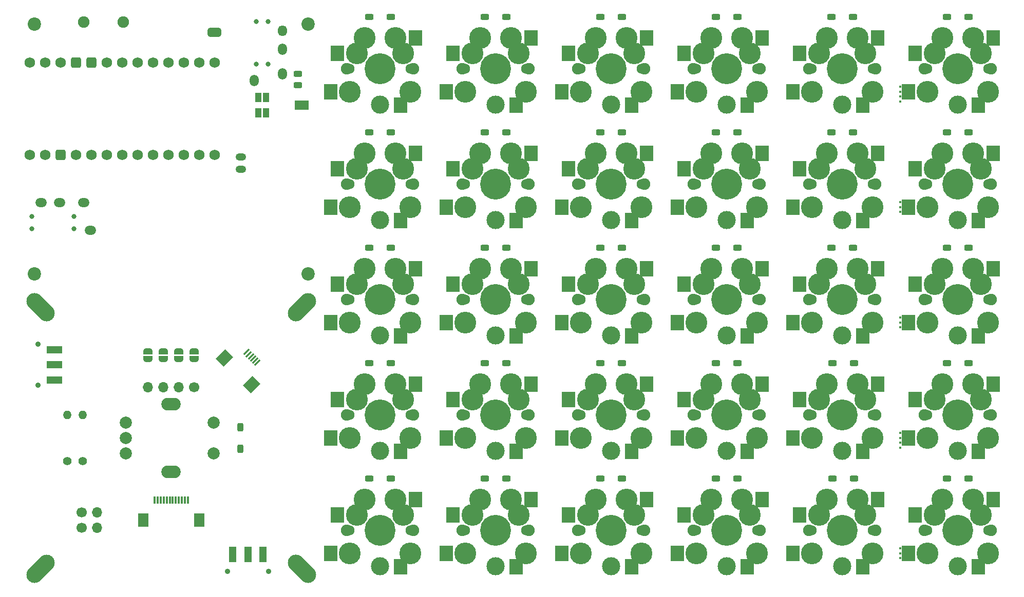
<source format=gbr>
%TF.GenerationSoftware,KiCad,Pcbnew,9.0.5-9.0.5~ubuntu24.04.1*%
%TF.CreationDate,2025-11-05T00:35:35+08:00*%
%TF.ProjectId,TPS,5450532e-6b69-4636-9164-5f7063625858,rev?*%
%TF.SameCoordinates,Original*%
%TF.FileFunction,Soldermask,Bot*%
%TF.FilePolarity,Negative*%
%FSLAX46Y46*%
G04 Gerber Fmt 4.6, Leading zero omitted, Abs format (unit mm)*
G04 Created by KiCad (PCBNEW 9.0.5-9.0.5~ubuntu24.04.1) date 2025-11-05 00:35:35*
%MOMM*%
%LPD*%
G01*
G04 APERTURE LIST*
G04 Aperture macros list*
%AMRoundRect*
0 Rectangle with rounded corners*
0 $1 Rounding radius*
0 $2 $3 $4 $5 $6 $7 $8 $9 X,Y pos of 4 corners*
0 Add a 4 corners polygon primitive as box body*
4,1,4,$2,$3,$4,$5,$6,$7,$8,$9,$2,$3,0*
0 Add four circle primitives for the rounded corners*
1,1,$1+$1,$2,$3*
1,1,$1+$1,$4,$5*
1,1,$1+$1,$6,$7*
1,1,$1+$1,$8,$9*
0 Add four rect primitives between the rounded corners*
20,1,$1+$1,$2,$3,$4,$5,0*
20,1,$1+$1,$4,$5,$6,$7,0*
20,1,$1+$1,$6,$7,$8,$9,0*
20,1,$1+$1,$8,$9,$2,$3,0*%
%AMHorizOval*
0 Thick line with rounded ends*
0 $1 width*
0 $2 $3 position (X,Y) of the first rounded end (center of the circle)*
0 $4 $5 position (X,Y) of the second rounded end (center of the circle)*
0 Add line between two ends*
20,1,$1,$2,$3,$4,$5,0*
0 Add two circle primitives to create the rounded ends*
1,1,$1,$2,$3*
1,1,$1,$4,$5*%
%AMRotRect*
0 Rectangle, with rotation*
0 The origin of the aperture is its center*
0 $1 length*
0 $2 width*
0 $3 Rotation angle, in degrees counterclockwise*
0 Add horizontal line*
21,1,$1,$2,0,0,$3*%
%AMOutline4P*
0 Free polygon, 4 corners , with rotation*
0 The origin of the aperture is its center*
0 number of corners: always 4*
0 $1 to $8 corner X, Y*
0 $9 Rotation angle, in degrees counterclockwise*
0 create outline with 4 corners*
4,1,4,$1,$2,$3,$4,$5,$6,$7,$8,$1,$2,$9*%
%AMFreePoly0*
4,1,23,0.500000,-0.750000,0.000000,-0.750000,0.000000,-0.745722,-0.065263,-0.745722,-0.191342,-0.711940,-0.304381,-0.646677,-0.396677,-0.554381,-0.461940,-0.441342,-0.495722,-0.315263,-0.495722,-0.250000,-0.500000,-0.250000,-0.500000,0.250000,-0.495722,0.250000,-0.495722,0.315263,-0.461940,0.441342,-0.396677,0.554381,-0.304381,0.646677,-0.191342,0.711940,-0.065263,0.745722,0.000000,0.745722,
0.000000,0.750000,0.500000,0.750000,0.500000,-0.750000,0.500000,-0.750000,$1*%
%AMFreePoly1*
4,1,23,0.000000,0.745722,0.065263,0.745722,0.191342,0.711940,0.304381,0.646677,0.396677,0.554381,0.461940,0.441342,0.495722,0.315263,0.495722,0.250000,0.500000,0.250000,0.500000,-0.250000,0.495722,-0.250000,0.495722,-0.315263,0.461940,-0.441342,0.396677,-0.554381,0.304381,-0.646677,0.191342,-0.711940,0.065263,-0.745722,0.000000,-0.745722,0.000000,-0.750000,-0.500000,-0.750000,
-0.500000,0.750000,0.000000,0.750000,0.000000,0.745722,0.000000,0.745722,$1*%
G04 Aperture macros list end*
%ADD10RoundRect,0.250000X0.450000X0.250000X-0.450000X0.250000X-0.450000X-0.250000X0.450000X-0.250000X0*%
%ADD11HorizOval,2.700000X0.989949X0.989949X-0.989949X-0.989949X0*%
%ADD12C,0.450000*%
%ADD13C,1.900000*%
%ADD14C,1.750000*%
%ADD15C,5.100000*%
%ADD16C,3.000000*%
%ADD17Outline4P,-1.079500X-1.250000X1.079500X-1.250000X1.079500X1.250000X-1.079500X1.250000X180.000000*%
%ADD18C,3.600000*%
%ADD19C,2.200000*%
%ADD20C,0.800000*%
%ADD21O,1.500000X1.800000*%
%ADD22O,1.500000X1.900000*%
%ADD23RoundRect,0.250000X0.250000X-0.450000X0.250000X0.450000X-0.250000X0.450000X-0.250000X-0.450000X0*%
%ADD24C,2.000000*%
%ADD25O,3.200000X2.100000*%
%ADD26C,1.400000*%
%ADD27O,1.400000X1.400000*%
%ADD28HorizOval,2.700000X-0.989949X-0.989949X0.989949X0.989949X0*%
%ADD29C,0.900000*%
%ADD30Outline4P,-0.600000X-1.250000X0.600000X-1.250000X0.600000X1.250000X-0.600000X1.250000X270.000000*%
%ADD31C,1.700000*%
%ADD32O,1.700000X1.700000*%
%ADD33HorizOval,2.700000X-0.989949X0.989949X0.989949X-0.989949X0*%
%ADD34O,1.900000X1.500000*%
%ADD35O,1.750000X1.200000*%
%ADD36Outline4P,-0.600000X-1.250000X0.600000X-1.250000X0.600000X1.250000X-0.600000X1.250000X0.000000*%
%ADD37RoundRect,0.243750X0.456250X-0.243750X0.456250X0.243750X-0.456250X0.243750X-0.456250X-0.243750X0*%
%ADD38FreePoly0,90.000000*%
%ADD39FreePoly1,90.000000*%
%ADD40R,1.000000X1.500000*%
%ADD41RotRect,0.300000X1.300000X135.000000*%
%ADD42RotRect,1.800000X2.200000X135.000000*%
%ADD43FreePoly0,0.000000*%
%ADD44FreePoly1,0.000000*%
%ADD45R,0.300000X1.300000*%
%ADD46R,1.800000X2.200000*%
%ADD47C,1.752600*%
%ADD48RoundRect,0.438150X-0.438150X-0.438150X0.438150X-0.438150X0.438150X0.438150X-0.438150X0.438150X0*%
G04 APERTURE END LIST*
%TO.C,JP14*%
G36*
X70166000Y-33251000D02*
G01*
X70466000Y-33251000D01*
X70466000Y-31751000D01*
X70166000Y-31751000D01*
X70166000Y-33251000D01*
G37*
%TO.C,JP16*%
G36*
X84560000Y-45283000D02*
G01*
X84860000Y-45283000D01*
X84860000Y-43783000D01*
X84560000Y-43783000D01*
X84560000Y-45283000D01*
G37*
%TD*%
D10*
%TO.C,D17*%
X153025000Y-49050000D03*
X156575000Y-49050000D03*
%TD*%
D11*
%TO.C,H10*%
X84775000Y-77936000D03*
%TD*%
D10*
%TO.C,D26*%
X172205000Y-106200000D03*
X175755000Y-106200000D03*
%TD*%
D12*
%TO.C,H16*%
X183375000Y-101075000D03*
X183375000Y-100275000D03*
X183375000Y-99475000D03*
X183375000Y-98675000D03*
%TD*%
D13*
%TO.C,K20*%
X149300000Y-114725000D03*
D14*
X149720000Y-114725000D03*
D15*
X154800000Y-114725000D03*
D16*
X154800000Y-120625000D03*
D14*
X159880000Y-114725000D03*
D13*
X160300000Y-114725000D03*
D17*
X146629000Y-118525000D03*
X147803000Y-112185000D03*
D18*
X149800000Y-118525000D03*
X150990000Y-112185000D03*
X152260000Y-109645000D03*
X157340000Y-109645000D03*
D17*
X158181000Y-120725000D03*
D18*
X158610000Y-112185000D03*
X159800000Y-118525000D03*
D17*
X160596000Y-109645000D03*
%TD*%
D19*
%TO.C,H7*%
X85775000Y-31200000D03*
%TD*%
D13*
%TO.C,K21*%
X168350000Y-38525000D03*
D14*
X168770000Y-38525000D03*
D15*
X173850000Y-38525000D03*
D16*
X173850000Y-44425000D03*
D14*
X178930000Y-38525000D03*
D13*
X179350000Y-38525000D03*
D17*
X165679000Y-42325000D03*
X166853000Y-35985000D03*
D18*
X168850000Y-42325000D03*
X170040000Y-35985000D03*
X171310000Y-33445000D03*
X176390000Y-33445000D03*
D17*
X177231000Y-44525000D03*
D18*
X177660000Y-35985000D03*
X178850000Y-42325000D03*
D17*
X179646000Y-33445000D03*
%TD*%
D10*
%TO.C,D2*%
X95875000Y-49050000D03*
X99425000Y-49050000D03*
%TD*%
%TO.C,D16*%
X153025000Y-30000000D03*
X156575000Y-30000000D03*
%TD*%
%TO.C,D23*%
X172075000Y-68100000D03*
X175625000Y-68100000D03*
%TD*%
D13*
%TO.C,K4*%
X92150000Y-95675000D03*
D14*
X92570000Y-95675000D03*
D15*
X97650000Y-95675000D03*
D16*
X97650000Y-101575000D03*
D14*
X102730000Y-95675000D03*
D13*
X103150000Y-95675000D03*
D17*
X89479000Y-99475000D03*
X90653000Y-93135000D03*
D18*
X92650000Y-99475000D03*
X93840000Y-93135000D03*
X95110000Y-90595000D03*
X100190000Y-90595000D03*
D17*
X101031000Y-101675000D03*
D18*
X101460000Y-93135000D03*
X102650000Y-99475000D03*
D17*
X103446000Y-90595000D03*
%TD*%
D13*
%TO.C,K5*%
X92150000Y-114725000D03*
D14*
X92570000Y-114725000D03*
D15*
X97650000Y-114725000D03*
D16*
X97650000Y-120625000D03*
D14*
X102730000Y-114725000D03*
D13*
X103150000Y-114725000D03*
D17*
X89479000Y-118525000D03*
X90653000Y-112185000D03*
D18*
X92650000Y-118525000D03*
X93840000Y-112185000D03*
X95110000Y-109645000D03*
X100190000Y-109645000D03*
D17*
X101031000Y-120725000D03*
D18*
X101460000Y-112185000D03*
X102650000Y-118525000D03*
D17*
X103446000Y-109645000D03*
%TD*%
D10*
%TO.C,D29*%
X191125000Y-68100000D03*
X194675000Y-68100000D03*
%TD*%
D13*
%TO.C,K2*%
X92150000Y-57575000D03*
D14*
X92570000Y-57575000D03*
D15*
X97650000Y-57575000D03*
D16*
X97650000Y-63475000D03*
D14*
X102730000Y-57575000D03*
D13*
X103150000Y-57575000D03*
D17*
X89479000Y-61375000D03*
X90653000Y-55035000D03*
D18*
X92650000Y-61375000D03*
X93840000Y-55035000D03*
X95110000Y-52495000D03*
X100190000Y-52495000D03*
D17*
X101031000Y-63575000D03*
D18*
X101460000Y-55035000D03*
X102650000Y-61375000D03*
D17*
X103446000Y-52495000D03*
%TD*%
D10*
%TO.C,D8*%
X114925000Y-68100000D03*
X118475000Y-68100000D03*
%TD*%
D13*
%TO.C,K9*%
X111200000Y-95675000D03*
D14*
X111620000Y-95675000D03*
D15*
X116700000Y-95675000D03*
D16*
X116700000Y-101575000D03*
D14*
X121780000Y-95675000D03*
D13*
X122200000Y-95675000D03*
D17*
X108529000Y-99475000D03*
X109703000Y-93135000D03*
D18*
X111700000Y-99475000D03*
X112890000Y-93135000D03*
X114160000Y-90595000D03*
X119240000Y-90595000D03*
D17*
X120081000Y-101675000D03*
D18*
X120510000Y-93135000D03*
X121700000Y-99475000D03*
D17*
X122496000Y-90595000D03*
%TD*%
D20*
%TO.C,T1*%
X77214000Y-30750000D03*
X77214000Y-37750000D03*
X79214000Y-30750000D03*
X79214000Y-37750000D03*
D21*
X81514000Y-32302000D03*
D22*
X81514000Y-35350000D03*
X76914000Y-40450000D03*
X81514000Y-39350000D03*
%TD*%
D13*
%TO.C,K12*%
X130250000Y-57575000D03*
D14*
X130670000Y-57575000D03*
D15*
X135750000Y-57575000D03*
D16*
X135750000Y-63475000D03*
D14*
X140830000Y-57575000D03*
D13*
X141250000Y-57575000D03*
D17*
X127579000Y-61375000D03*
X128753000Y-55035000D03*
D18*
X130750000Y-61375000D03*
X131940000Y-55035000D03*
X133210000Y-52495000D03*
X138290000Y-52495000D03*
D17*
X139131000Y-63575000D03*
D18*
X139560000Y-55035000D03*
X140750000Y-61375000D03*
D17*
X141546000Y-52495000D03*
%TD*%
D10*
%TO.C,D3*%
X95875000Y-68100000D03*
X99425000Y-68100000D03*
%TD*%
D13*
%TO.C,K27*%
X187400000Y-38525000D03*
D14*
X187820000Y-38525000D03*
D15*
X192900000Y-38525000D03*
D16*
X192900000Y-44425000D03*
D14*
X197980000Y-38525000D03*
D13*
X198400000Y-38525000D03*
D17*
X184729000Y-42325000D03*
X185903000Y-35985000D03*
D18*
X187900000Y-42325000D03*
X189090000Y-35985000D03*
X190360000Y-33445000D03*
X195440000Y-33445000D03*
D17*
X196281000Y-44525000D03*
D18*
X196710000Y-35985000D03*
X197900000Y-42325000D03*
D17*
X198696000Y-33445000D03*
%TD*%
D19*
%TO.C,H3*%
X85775000Y-72386000D03*
%TD*%
D10*
%TO.C,D1*%
X95875000Y-30000000D03*
X99425000Y-30000000D03*
%TD*%
%TO.C,D9*%
X114925000Y-87150000D03*
X118475000Y-87150000D03*
%TD*%
D13*
%TO.C,K1*%
X92150000Y-38525000D03*
D14*
X92570000Y-38525000D03*
D15*
X97650000Y-38525000D03*
D16*
X97650000Y-44425000D03*
D14*
X102730000Y-38525000D03*
D13*
X103150000Y-38525000D03*
D17*
X89479000Y-42325000D03*
X90653000Y-35985000D03*
D18*
X92650000Y-42325000D03*
X93840000Y-35985000D03*
X95110000Y-33445000D03*
X100190000Y-33445000D03*
D17*
X101031000Y-44525000D03*
D18*
X101460000Y-35985000D03*
X102650000Y-42325000D03*
D17*
X103446000Y-33445000D03*
%TD*%
D12*
%TO.C,H17*%
X183375000Y-119325000D03*
X183375000Y-118525000D03*
X183375000Y-117725000D03*
%TD*%
D13*
%TO.C,K22*%
X168350000Y-57575000D03*
D14*
X168770000Y-57575000D03*
D15*
X173850000Y-57575000D03*
D16*
X173850000Y-63475000D03*
D14*
X178930000Y-57575000D03*
D13*
X179350000Y-57575000D03*
D17*
X165679000Y-61375000D03*
X166853000Y-55035000D03*
D18*
X168850000Y-61375000D03*
X170040000Y-55035000D03*
X171310000Y-52495000D03*
X176390000Y-52495000D03*
D17*
X177231000Y-63575000D03*
D18*
X177660000Y-55035000D03*
X178850000Y-61375000D03*
D17*
X179646000Y-52495000D03*
%TD*%
D13*
%TO.C,K11*%
X130250000Y-38525000D03*
D14*
X130670000Y-38525000D03*
D15*
X135750000Y-38525000D03*
D16*
X135750000Y-44425000D03*
D14*
X140830000Y-38525000D03*
D13*
X141250000Y-38525000D03*
D17*
X127579000Y-42325000D03*
X128753000Y-35985000D03*
D18*
X130750000Y-42325000D03*
X131940000Y-35985000D03*
X133210000Y-33445000D03*
X138290000Y-33445000D03*
D17*
X139131000Y-44525000D03*
D18*
X139560000Y-35985000D03*
X140750000Y-42325000D03*
D17*
X141546000Y-33445000D03*
%TD*%
D13*
%TO.C,K29*%
X187400000Y-76625000D03*
D14*
X187820000Y-76625000D03*
D15*
X192900000Y-76625000D03*
D16*
X192900000Y-82525000D03*
D14*
X197980000Y-76625000D03*
D13*
X198400000Y-76625000D03*
D17*
X184729000Y-80425000D03*
X185903000Y-74085000D03*
D18*
X187900000Y-80425000D03*
X189090000Y-74085000D03*
X190360000Y-71545000D03*
X195440000Y-71545000D03*
D17*
X196281000Y-82625000D03*
D18*
X196710000Y-74085000D03*
X197900000Y-80425000D03*
D17*
X198696000Y-71545000D03*
%TD*%
D19*
%TO.C,H6*%
X40661000Y-31200000D03*
%TD*%
D12*
%TO.C,H15*%
X183375000Y-81225000D03*
X183375000Y-80425000D03*
X183375000Y-79625000D03*
%TD*%
D13*
%TO.C,K28*%
X187400000Y-57575000D03*
D14*
X187820000Y-57575000D03*
D15*
X192900000Y-57575000D03*
D16*
X192900000Y-63475000D03*
D14*
X197980000Y-57575000D03*
D13*
X198400000Y-57575000D03*
D17*
X184729000Y-61375000D03*
X185903000Y-55035000D03*
D18*
X187900000Y-61375000D03*
X189090000Y-55035000D03*
X190360000Y-52495000D03*
X195440000Y-52495000D03*
D17*
X196281000Y-63575000D03*
D18*
X196710000Y-55035000D03*
X197900000Y-61375000D03*
D17*
X198696000Y-52495000D03*
%TD*%
D10*
%TO.C,D24*%
X172205000Y-87150000D03*
X175755000Y-87150000D03*
%TD*%
D13*
%TO.C,K30*%
X187400000Y-95675000D03*
D14*
X187820000Y-95675000D03*
D15*
X192900000Y-95675000D03*
D16*
X192900000Y-101575000D03*
D14*
X197980000Y-95675000D03*
D13*
X198400000Y-95675000D03*
D17*
X184729000Y-99475000D03*
X185903000Y-93135000D03*
D18*
X187900000Y-99475000D03*
X189090000Y-93135000D03*
X190360000Y-90595000D03*
X195440000Y-90595000D03*
D17*
X196281000Y-101675000D03*
D18*
X196710000Y-93135000D03*
X197900000Y-99475000D03*
D17*
X198696000Y-90595000D03*
%TD*%
D10*
%TO.C,D15*%
X133975000Y-106200000D03*
X137525000Y-106200000D03*
%TD*%
%TO.C,D11*%
X133975000Y-30000000D03*
X137525000Y-30000000D03*
%TD*%
D23*
%TO.C,D25*%
X74638000Y-97718000D03*
X74638000Y-101268000D03*
%TD*%
D13*
%TO.C,K23*%
X168350000Y-76625000D03*
D14*
X168770000Y-76625000D03*
D15*
X173850000Y-76625000D03*
D16*
X173850000Y-82525000D03*
D14*
X178930000Y-76625000D03*
D13*
X179350000Y-76625000D03*
D17*
X165679000Y-80425000D03*
X166853000Y-74085000D03*
D18*
X168850000Y-80425000D03*
X170040000Y-74085000D03*
X171310000Y-71545000D03*
X176390000Y-71545000D03*
D17*
X177231000Y-82625000D03*
D18*
X177660000Y-74085000D03*
X178850000Y-80425000D03*
D17*
X179646000Y-71545000D03*
%TD*%
D10*
%TO.C,D5*%
X95875000Y-106200000D03*
X99425000Y-106200000D03*
%TD*%
D13*
%TO.C,K6*%
X111200000Y-38525000D03*
D14*
X111620000Y-38525000D03*
D15*
X116700000Y-38525000D03*
D16*
X116700000Y-44425000D03*
D14*
X121780000Y-38525000D03*
D13*
X122200000Y-38525000D03*
D17*
X108529000Y-42325000D03*
X109703000Y-35985000D03*
D18*
X111700000Y-42325000D03*
X112890000Y-35985000D03*
X114160000Y-33445000D03*
X119240000Y-33445000D03*
D17*
X120081000Y-44525000D03*
D18*
X120510000Y-35985000D03*
X121700000Y-42325000D03*
D17*
X122496000Y-33445000D03*
%TD*%
D10*
%TO.C,D18*%
X153025000Y-68100000D03*
X156575000Y-68100000D03*
%TD*%
%TO.C,D14*%
X133975000Y-87150000D03*
X137525000Y-87150000D03*
%TD*%
%TO.C,D13*%
X133975000Y-68100000D03*
X137525000Y-68100000D03*
%TD*%
%TO.C,D27*%
X191125000Y-30000000D03*
X194675000Y-30000000D03*
%TD*%
D24*
%TO.C,K25*%
X55718000Y-96993000D03*
X55718000Y-101993000D03*
X55718000Y-99493000D03*
D25*
X63218000Y-93893000D03*
X63218000Y-105093000D03*
D24*
X70218000Y-96993000D03*
X70218000Y-101993000D03*
%TD*%
D13*
%TO.C,K17*%
X149300000Y-57575000D03*
D14*
X149720000Y-57575000D03*
D15*
X154800000Y-57575000D03*
D16*
X154800000Y-63475000D03*
D14*
X159880000Y-57575000D03*
D13*
X160300000Y-57575000D03*
D17*
X146629000Y-61375000D03*
X147803000Y-55035000D03*
D18*
X149800000Y-61375000D03*
X150990000Y-55035000D03*
X152260000Y-52495000D03*
X157340000Y-52495000D03*
D17*
X158181000Y-63575000D03*
D18*
X158610000Y-55035000D03*
X159800000Y-61375000D03*
D17*
X160596000Y-52495000D03*
%TD*%
D26*
%TO.C,R1*%
X46110000Y-103303000D03*
D27*
X46110000Y-95683000D03*
%TD*%
D10*
%TO.C,D6*%
X114925000Y-30000000D03*
X118475000Y-30000000D03*
%TD*%
D28*
%TO.C,H9*%
X41661000Y-121050000D03*
%TD*%
D13*
%TO.C,K15*%
X130250000Y-114725000D03*
D14*
X130670000Y-114725000D03*
D15*
X135750000Y-114725000D03*
D16*
X135750000Y-120625000D03*
D14*
X140830000Y-114725000D03*
D13*
X141250000Y-114725000D03*
D17*
X127579000Y-118525000D03*
X128753000Y-112185000D03*
D18*
X130750000Y-118525000D03*
X131940000Y-112185000D03*
X133210000Y-109645000D03*
X138290000Y-109645000D03*
D17*
X139131000Y-120725000D03*
D18*
X139560000Y-112185000D03*
X140750000Y-118525000D03*
D17*
X141546000Y-109645000D03*
%TD*%
D10*
%TO.C,D20*%
X153025000Y-106200000D03*
X156575000Y-106200000D03*
%TD*%
%TO.C,D22*%
X172075000Y-49050000D03*
X175625000Y-49050000D03*
%TD*%
D29*
%TO.C,SW2*%
X41214000Y-84000000D03*
X41214000Y-90800000D03*
D30*
X43964000Y-84900000D03*
X43964000Y-87400000D03*
X43964000Y-89900000D03*
%TD*%
D13*
%TO.C,SW1*%
X55271000Y-30823000D03*
X48771000Y-30823000D03*
%TD*%
%TO.C,K18*%
X149300000Y-76625000D03*
D14*
X149720000Y-76625000D03*
D15*
X154800000Y-76625000D03*
D16*
X154800000Y-82525000D03*
D14*
X159880000Y-76625000D03*
D13*
X160300000Y-76625000D03*
D17*
X146629000Y-80425000D03*
X147803000Y-74085000D03*
D18*
X149800000Y-80425000D03*
X150990000Y-74085000D03*
X152260000Y-71545000D03*
X157340000Y-71545000D03*
D17*
X158181000Y-82625000D03*
D18*
X158610000Y-74085000D03*
X159800000Y-80425000D03*
D17*
X160596000Y-71545000D03*
%TD*%
D31*
%TO.C,J7*%
X48439000Y-114272000D03*
D32*
X50979000Y-114272000D03*
%TD*%
D10*
%TO.C,D4*%
X95875000Y-87150000D03*
X99425000Y-87150000D03*
%TD*%
D19*
%TO.C,H2*%
X40661000Y-72386000D03*
%TD*%
D13*
%TO.C,K7*%
X111200000Y-57575000D03*
D14*
X111620000Y-57575000D03*
D15*
X116700000Y-57575000D03*
D16*
X116700000Y-63475000D03*
D14*
X121780000Y-57575000D03*
D13*
X122200000Y-57575000D03*
D17*
X108529000Y-61375000D03*
X109703000Y-55035000D03*
D18*
X111700000Y-61375000D03*
X112890000Y-55035000D03*
X114160000Y-52495000D03*
X119240000Y-52495000D03*
D17*
X120081000Y-63575000D03*
D18*
X120510000Y-55035000D03*
X121700000Y-61375000D03*
D17*
X122496000Y-52495000D03*
%TD*%
D13*
%TO.C,K14*%
X130250000Y-95675000D03*
D14*
X130670000Y-95675000D03*
D15*
X135750000Y-95675000D03*
D16*
X135750000Y-101575000D03*
D14*
X140830000Y-95675000D03*
D13*
X141250000Y-95675000D03*
D17*
X127579000Y-99475000D03*
X128753000Y-93135000D03*
D18*
X130750000Y-99475000D03*
X131940000Y-93135000D03*
X133210000Y-90595000D03*
X138290000Y-90595000D03*
D17*
X139131000Y-101675000D03*
D18*
X139560000Y-93135000D03*
X140750000Y-99475000D03*
D17*
X141546000Y-90595000D03*
%TD*%
D10*
%TO.C,D19*%
X153025000Y-87150000D03*
X156575000Y-87150000D03*
%TD*%
D13*
%TO.C,K26*%
X168350000Y-114725000D03*
D14*
X168770000Y-114725000D03*
D15*
X173850000Y-114725000D03*
D16*
X173850000Y-120625000D03*
D14*
X178930000Y-114725000D03*
D13*
X179350000Y-114725000D03*
D17*
X165679000Y-118525000D03*
X166853000Y-112185000D03*
D18*
X168850000Y-118525000D03*
X170040000Y-112185000D03*
X171310000Y-109645000D03*
X176390000Y-109645000D03*
D17*
X177231000Y-120725000D03*
D18*
X177660000Y-112185000D03*
X178850000Y-118525000D03*
D17*
X179646000Y-109645000D03*
%TD*%
D13*
%TO.C,K19*%
X149300000Y-95675000D03*
D14*
X149720000Y-95675000D03*
D15*
X154800000Y-95675000D03*
D16*
X154800000Y-101575000D03*
D14*
X159880000Y-95675000D03*
D13*
X160300000Y-95675000D03*
D17*
X146629000Y-99475000D03*
X147803000Y-93135000D03*
D18*
X149800000Y-99475000D03*
X150990000Y-93135000D03*
X152260000Y-90595000D03*
X157340000Y-90595000D03*
D17*
X158181000Y-101675000D03*
D18*
X158610000Y-93135000D03*
X159800000Y-99475000D03*
D17*
X160596000Y-90595000D03*
%TD*%
D33*
%TO.C,H8*%
X41661000Y-77936000D03*
%TD*%
D10*
%TO.C,D10*%
X114925000Y-106200000D03*
X118475000Y-106200000D03*
%TD*%
D13*
%TO.C,K13*%
X130250000Y-76625000D03*
D14*
X130670000Y-76625000D03*
D15*
X135750000Y-76625000D03*
D16*
X135750000Y-82525000D03*
D14*
X140830000Y-76625000D03*
D13*
X141250000Y-76625000D03*
D17*
X127579000Y-80425000D03*
X128753000Y-74085000D03*
D18*
X130750000Y-80425000D03*
X131940000Y-74085000D03*
X133210000Y-71545000D03*
X138290000Y-71545000D03*
D17*
X139131000Y-82625000D03*
D18*
X139560000Y-74085000D03*
X140750000Y-80425000D03*
D17*
X141546000Y-71545000D03*
%TD*%
D20*
%TO.C,T2*%
X40211000Y-64938000D03*
X47211000Y-64938000D03*
X40211000Y-62938000D03*
X47211000Y-62938000D03*
D34*
X44811000Y-60638000D03*
X41763000Y-60638000D03*
X49911000Y-65238000D03*
X48811000Y-60638000D03*
%TD*%
D10*
%TO.C,D12*%
X133975000Y-49050000D03*
X137525000Y-49050000D03*
%TD*%
D35*
%TO.C,J4*%
X74731000Y-55105000D03*
X74731000Y-53105000D03*
%TD*%
D10*
%TO.C,D31*%
X191125000Y-106200000D03*
X194675000Y-106200000D03*
%TD*%
D31*
%TO.C,J1*%
X67027500Y-91123000D03*
D32*
X64487500Y-91123000D03*
X61947500Y-91123000D03*
X59407500Y-91123000D03*
%TD*%
D13*
%TO.C,K8*%
X111200000Y-76625000D03*
D14*
X111620000Y-76625000D03*
D15*
X116700000Y-76625000D03*
D16*
X116700000Y-82525000D03*
D14*
X121780000Y-76625000D03*
D13*
X122200000Y-76625000D03*
D17*
X108529000Y-80425000D03*
X109703000Y-74085000D03*
D18*
X111700000Y-80425000D03*
X112890000Y-74085000D03*
X114160000Y-71545000D03*
X119240000Y-71545000D03*
D17*
X120081000Y-82625000D03*
D18*
X120510000Y-74085000D03*
X121700000Y-80425000D03*
D17*
X122496000Y-71545000D03*
%TD*%
D31*
%TO.C,J8*%
X48439000Y-111732000D03*
D32*
X50979000Y-111732000D03*
%TD*%
D33*
%TO.C,H11*%
X84775000Y-121050000D03*
%TD*%
D12*
%TO.C,H16*%
X183375000Y-43925000D03*
X183375000Y-43125000D03*
X183375000Y-42325000D03*
X183375000Y-41525000D03*
%TD*%
D26*
%TO.C,R2*%
X48650000Y-103303000D03*
D27*
X48650000Y-95683000D03*
%TD*%
D10*
%TO.C,D28*%
X191125000Y-49050000D03*
X194675000Y-49050000D03*
%TD*%
%TO.C,D7*%
X114925000Y-49050000D03*
X118475000Y-49050000D03*
%TD*%
D13*
%TO.C,K3*%
X92150000Y-76625000D03*
D14*
X92570000Y-76625000D03*
D15*
X97650000Y-76625000D03*
D16*
X97650000Y-82525000D03*
D14*
X102730000Y-76625000D03*
D13*
X103150000Y-76625000D03*
D17*
X89479000Y-80425000D03*
X90653000Y-74085000D03*
D18*
X92650000Y-80425000D03*
X93840000Y-74085000D03*
X95110000Y-71545000D03*
X100190000Y-71545000D03*
D17*
X101031000Y-82625000D03*
D18*
X101460000Y-74085000D03*
X102650000Y-80425000D03*
D17*
X103446000Y-71545000D03*
%TD*%
D29*
%TO.C,SW3*%
X72452000Y-121497000D03*
X79252000Y-121497000D03*
D36*
X73352000Y-118747000D03*
X75852000Y-118747000D03*
X78352000Y-118747000D03*
%TD*%
D13*
%TO.C,K16*%
X149300000Y-38525000D03*
D14*
X149720000Y-38525000D03*
D15*
X154800000Y-38525000D03*
D16*
X154800000Y-44425000D03*
D14*
X159880000Y-38525000D03*
D13*
X160300000Y-38525000D03*
D17*
X146629000Y-42325000D03*
X147803000Y-35985000D03*
D18*
X149800000Y-42325000D03*
X150990000Y-35985000D03*
X152260000Y-33445000D03*
X157340000Y-33445000D03*
D17*
X158181000Y-44525000D03*
D18*
X158610000Y-35985000D03*
X159800000Y-42325000D03*
D17*
X160596000Y-33445000D03*
%TD*%
D10*
%TO.C,D30*%
X191125000Y-87150000D03*
X194675000Y-87150000D03*
%TD*%
D13*
%TO.C,K31*%
X187400000Y-114725000D03*
D14*
X187820000Y-114725000D03*
D15*
X192900000Y-114725000D03*
D16*
X192900000Y-120625000D03*
D14*
X197980000Y-114725000D03*
D13*
X198400000Y-114725000D03*
D17*
X184729000Y-118525000D03*
X185903000Y-112185000D03*
D18*
X187900000Y-118525000D03*
X189090000Y-112185000D03*
X190360000Y-109645000D03*
X195440000Y-109645000D03*
D17*
X196281000Y-120725000D03*
D18*
X196710000Y-112185000D03*
X197900000Y-118525000D03*
D17*
X198696000Y-109645000D03*
%TD*%
D13*
%TO.C,K10*%
X111200000Y-114725000D03*
D14*
X111620000Y-114725000D03*
D15*
X116700000Y-114725000D03*
D16*
X116700000Y-120625000D03*
D14*
X121780000Y-114725000D03*
D13*
X122200000Y-114725000D03*
D17*
X108529000Y-118525000D03*
X109703000Y-112185000D03*
D18*
X111700000Y-118525000D03*
X112890000Y-112185000D03*
X114160000Y-109645000D03*
X119240000Y-109645000D03*
D17*
X120081000Y-120725000D03*
D18*
X120510000Y-112185000D03*
X121700000Y-118525000D03*
D17*
X122496000Y-109645000D03*
%TD*%
D12*
%TO.C,H14*%
X183375000Y-62175000D03*
X183375000Y-61375000D03*
X183375000Y-60575000D03*
%TD*%
D13*
%TO.C,K24*%
X168350000Y-95675000D03*
D14*
X168770000Y-95675000D03*
D15*
X173850000Y-95675000D03*
D16*
X173850000Y-101575000D03*
D14*
X178930000Y-95675000D03*
D13*
X179350000Y-95675000D03*
D17*
X165679000Y-99475000D03*
X166853000Y-93135000D03*
D18*
X168850000Y-99475000D03*
X170040000Y-93135000D03*
X171310000Y-90595000D03*
X176390000Y-90595000D03*
D17*
X177231000Y-101675000D03*
D18*
X177660000Y-93135000D03*
X178850000Y-99475000D03*
D17*
X179646000Y-90595000D03*
%TD*%
D10*
%TO.C,D21*%
X172075000Y-30000000D03*
X175625000Y-30000000D03*
%TD*%
D37*
%TO.C,F1*%
X84060000Y-41217500D03*
X84060000Y-39342500D03*
%TD*%
D38*
%TO.C,JP9*%
X67027500Y-86493000D03*
D39*
X67027500Y-85193000D03*
%TD*%
D38*
%TO.C,JP12*%
X59407500Y-86493000D03*
D39*
X59407500Y-85193000D03*
%TD*%
D40*
%TO.C,JP3*%
X78864000Y-45803000D03*
X77564000Y-45803000D03*
%TD*%
D38*
%TO.C,JP11*%
X61947500Y-86493000D03*
D39*
X61947500Y-85193000D03*
%TD*%
D38*
%TO.C,JP10*%
X64487500Y-86493000D03*
D39*
X64487500Y-85193000D03*
%TD*%
D40*
%TO.C,JP4*%
X78864000Y-43263000D03*
X77564000Y-43263000D03*
%TD*%
D41*
%TO.C,J6*%
X77410031Y-87068736D03*
X77056478Y-86715183D03*
X76702924Y-86361629D03*
X76349371Y-86008076D03*
X75995817Y-85654522D03*
X75642264Y-85300969D03*
D42*
X76455437Y-90710336D03*
X72000664Y-86255563D03*
%TD*%
D43*
%TO.C,JP14*%
X69666000Y-32501000D03*
D44*
X70966000Y-32501000D03*
%TD*%
D40*
%TO.C,JP16*%
X84060000Y-44533000D03*
X85360000Y-44533000D03*
%TD*%
D45*
%TO.C,J3*%
X65968000Y-109752000D03*
X65468000Y-109752000D03*
X64968000Y-109752000D03*
X64468000Y-109752000D03*
X63968000Y-109752000D03*
X63468000Y-109752000D03*
X62968000Y-109752000D03*
X62468000Y-109752000D03*
X61968000Y-109752000D03*
X61468000Y-109752000D03*
X60968000Y-109752000D03*
X60468000Y-109752000D03*
D46*
X67868000Y-113002000D03*
X58568000Y-113002000D03*
%TD*%
D47*
%TO.C,U1*%
X39881000Y-37550000D03*
X42421000Y-37550000D03*
X44961000Y-37550000D03*
D48*
X47501000Y-37550000D03*
X50041000Y-37550000D03*
D47*
X52581000Y-37550000D03*
X55121000Y-37550000D03*
X57661000Y-37550000D03*
X60201000Y-37550000D03*
X62741000Y-37550000D03*
X65281000Y-37550000D03*
X67821000Y-37550000D03*
X70361000Y-37550000D03*
X70361000Y-52790000D03*
X67821000Y-52790000D03*
X65281000Y-52790000D03*
X62741000Y-52790000D03*
X60201000Y-52790000D03*
X57661000Y-52790000D03*
X55121000Y-52790000D03*
X52581000Y-52790000D03*
X50041000Y-52790000D03*
X47501000Y-52790000D03*
D48*
X44961000Y-52790000D03*
D47*
X42421000Y-52790000D03*
X39881000Y-52790000D03*
%TD*%
M02*

</source>
